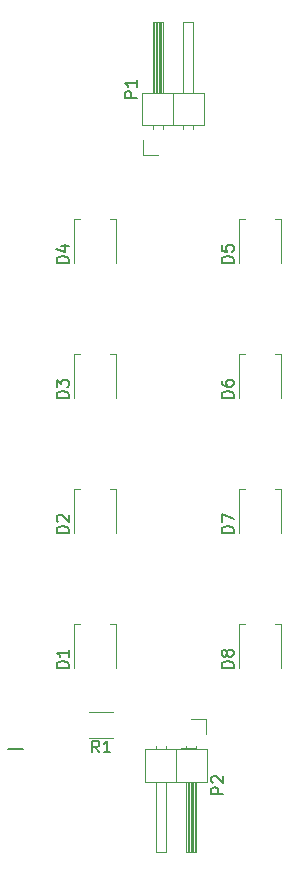
<source format=gbr>
G04 #@! TF.FileFunction,Legend,Top*
%FSLAX46Y46*%
G04 Gerber Fmt 4.6, Leading zero omitted, Abs format (unit mm)*
G04 Created by KiCad (PCBNEW 4.0.5) date 04/17/17 17:33:10*
%MOMM*%
%LPD*%
G01*
G04 APERTURE LIST*
%ADD10C,0.100000*%
%ADD11C,0.200000*%
%ADD12C,0.120000*%
%ADD13C,0.150000*%
G04 APERTURE END LIST*
D10*
D11*
X130048000Y-144272000D02*
X131318000Y-144272000D01*
X144653000Y-144272000D02*
X145923000Y-144272000D01*
D12*
X141358000Y-91430000D02*
X144018000Y-91430000D01*
X144018000Y-91430000D02*
X144018000Y-88690000D01*
X144018000Y-88690000D02*
X141358000Y-88690000D01*
X141358000Y-88690000D02*
X141358000Y-91430000D01*
X142308000Y-88690000D02*
X143188000Y-88690000D01*
X143188000Y-88690000D02*
X143188000Y-82690000D01*
X143188000Y-82690000D02*
X142308000Y-82690000D01*
X142308000Y-82690000D02*
X142308000Y-88690000D01*
X142308000Y-91740000D02*
X142308000Y-91430000D01*
X143188000Y-91740000D02*
X143188000Y-91430000D01*
X142428000Y-88690000D02*
X142428000Y-82690000D01*
X142548000Y-88690000D02*
X142548000Y-82690000D01*
X142668000Y-88690000D02*
X142668000Y-82690000D01*
X142788000Y-88690000D02*
X142788000Y-82690000D01*
X142908000Y-88690000D02*
X142908000Y-82690000D01*
X143028000Y-88690000D02*
X143028000Y-82690000D01*
X143148000Y-88690000D02*
X143148000Y-82690000D01*
X144018000Y-91430000D02*
X146678000Y-91430000D01*
X146678000Y-91430000D02*
X146678000Y-88690000D01*
X146678000Y-88690000D02*
X144018000Y-88690000D01*
X144018000Y-88690000D02*
X144018000Y-91430000D01*
X144848000Y-88690000D02*
X145728000Y-88690000D01*
X145728000Y-88690000D02*
X145728000Y-82690000D01*
X145728000Y-82690000D02*
X144848000Y-82690000D01*
X144848000Y-82690000D02*
X144848000Y-88690000D01*
X144848000Y-91740000D02*
X144848000Y-91430000D01*
X145728000Y-91740000D02*
X145728000Y-91430000D01*
X142748000Y-93980000D02*
X141478000Y-93980000D01*
X141478000Y-93980000D02*
X141478000Y-92710000D01*
X146932000Y-144282000D02*
X144272000Y-144282000D01*
X144272000Y-144282000D02*
X144272000Y-147022000D01*
X144272000Y-147022000D02*
X146932000Y-147022000D01*
X146932000Y-147022000D02*
X146932000Y-144282000D01*
X145982000Y-147022000D02*
X145102000Y-147022000D01*
X145102000Y-147022000D02*
X145102000Y-153022000D01*
X145102000Y-153022000D02*
X145982000Y-153022000D01*
X145982000Y-153022000D02*
X145982000Y-147022000D01*
X145982000Y-143972000D02*
X145982000Y-144282000D01*
X145102000Y-143972000D02*
X145102000Y-144282000D01*
X145862000Y-147022000D02*
X145862000Y-153022000D01*
X145742000Y-147022000D02*
X145742000Y-153022000D01*
X145622000Y-147022000D02*
X145622000Y-153022000D01*
X145502000Y-147022000D02*
X145502000Y-153022000D01*
X145382000Y-147022000D02*
X145382000Y-153022000D01*
X145262000Y-147022000D02*
X145262000Y-153022000D01*
X145142000Y-147022000D02*
X145142000Y-153022000D01*
X144272000Y-144282000D02*
X141612000Y-144282000D01*
X141612000Y-144282000D02*
X141612000Y-147022000D01*
X141612000Y-147022000D02*
X144272000Y-147022000D01*
X144272000Y-147022000D02*
X144272000Y-144282000D01*
X143442000Y-147022000D02*
X142562000Y-147022000D01*
X142562000Y-147022000D02*
X142562000Y-153022000D01*
X142562000Y-153022000D02*
X143442000Y-153022000D01*
X143442000Y-153022000D02*
X143442000Y-147022000D01*
X143442000Y-143972000D02*
X143442000Y-144282000D01*
X142562000Y-143972000D02*
X142562000Y-144282000D01*
X145542000Y-141732000D02*
X146812000Y-141732000D01*
X146812000Y-141732000D02*
X146812000Y-143002000D01*
X136922000Y-141170000D02*
X138922000Y-141170000D01*
X138922000Y-143310000D02*
X136922000Y-143310000D01*
X135664000Y-110792000D02*
X135664000Y-114542000D01*
X136164000Y-110792000D02*
X135664000Y-110792000D01*
X139164000Y-110792000D02*
X138664000Y-110792000D01*
X139164000Y-114542000D02*
X139164000Y-110792000D01*
X135664000Y-122222000D02*
X135664000Y-125972000D01*
X136164000Y-122222000D02*
X135664000Y-122222000D01*
X139164000Y-122222000D02*
X138664000Y-122222000D01*
X139164000Y-125972000D02*
X139164000Y-122222000D01*
X135664000Y-133652000D02*
X135664000Y-137402000D01*
X136164000Y-133652000D02*
X135664000Y-133652000D01*
X139164000Y-133652000D02*
X138664000Y-133652000D01*
X139164000Y-137402000D02*
X139164000Y-133652000D01*
X135664000Y-99362000D02*
X135664000Y-103112000D01*
X136164000Y-99362000D02*
X135664000Y-99362000D01*
X139164000Y-99362000D02*
X138664000Y-99362000D01*
X139164000Y-103112000D02*
X139164000Y-99362000D01*
X149634000Y-99362000D02*
X149634000Y-103112000D01*
X150134000Y-99362000D02*
X149634000Y-99362000D01*
X153134000Y-99362000D02*
X152634000Y-99362000D01*
X153134000Y-103112000D02*
X153134000Y-99362000D01*
X149634000Y-110792000D02*
X149634000Y-114542000D01*
X150134000Y-110792000D02*
X149634000Y-110792000D01*
X153134000Y-110792000D02*
X152634000Y-110792000D01*
X153134000Y-114542000D02*
X153134000Y-110792000D01*
X149634000Y-122222000D02*
X149634000Y-125972000D01*
X150134000Y-122222000D02*
X149634000Y-122222000D01*
X153134000Y-122222000D02*
X152634000Y-122222000D01*
X153134000Y-125972000D02*
X153134000Y-122222000D01*
X149634000Y-133652000D02*
X149634000Y-137402000D01*
X150134000Y-133652000D02*
X149634000Y-133652000D01*
X153134000Y-133652000D02*
X152634000Y-133652000D01*
X153134000Y-137402000D02*
X153134000Y-133652000D01*
D13*
X140930381Y-89133095D02*
X139930381Y-89133095D01*
X139930381Y-88752142D01*
X139978000Y-88656904D01*
X140025619Y-88609285D01*
X140120857Y-88561666D01*
X140263714Y-88561666D01*
X140358952Y-88609285D01*
X140406571Y-88656904D01*
X140454190Y-88752142D01*
X140454190Y-89133095D01*
X140930381Y-87609285D02*
X140930381Y-88180714D01*
X140930381Y-87895000D02*
X139930381Y-87895000D01*
X140073238Y-87990238D01*
X140168476Y-88085476D01*
X140216095Y-88180714D01*
X148264381Y-148055095D02*
X147264381Y-148055095D01*
X147264381Y-147674142D01*
X147312000Y-147578904D01*
X147359619Y-147531285D01*
X147454857Y-147483666D01*
X147597714Y-147483666D01*
X147692952Y-147531285D01*
X147740571Y-147578904D01*
X147788190Y-147674142D01*
X147788190Y-148055095D01*
X147359619Y-147102714D02*
X147312000Y-147055095D01*
X147264381Y-146959857D01*
X147264381Y-146721761D01*
X147312000Y-146626523D01*
X147359619Y-146578904D01*
X147454857Y-146531285D01*
X147550095Y-146531285D01*
X147692952Y-146578904D01*
X148264381Y-147150333D01*
X148264381Y-146531285D01*
X137755334Y-144542381D02*
X137422000Y-144066190D01*
X137183905Y-144542381D02*
X137183905Y-143542381D01*
X137564858Y-143542381D01*
X137660096Y-143590000D01*
X137707715Y-143637619D01*
X137755334Y-143732857D01*
X137755334Y-143875714D01*
X137707715Y-143970952D01*
X137660096Y-144018571D01*
X137564858Y-144066190D01*
X137183905Y-144066190D01*
X138707715Y-144542381D02*
X138136286Y-144542381D01*
X138422000Y-144542381D02*
X138422000Y-143542381D01*
X138326762Y-143685238D01*
X138231524Y-143780476D01*
X138136286Y-143828095D01*
X135166381Y-114530095D02*
X134166381Y-114530095D01*
X134166381Y-114292000D01*
X134214000Y-114149142D01*
X134309238Y-114053904D01*
X134404476Y-114006285D01*
X134594952Y-113958666D01*
X134737810Y-113958666D01*
X134928286Y-114006285D01*
X135023524Y-114053904D01*
X135118762Y-114149142D01*
X135166381Y-114292000D01*
X135166381Y-114530095D01*
X134166381Y-113625333D02*
X134166381Y-113006285D01*
X134547333Y-113339619D01*
X134547333Y-113196761D01*
X134594952Y-113101523D01*
X134642571Y-113053904D01*
X134737810Y-113006285D01*
X134975905Y-113006285D01*
X135071143Y-113053904D01*
X135118762Y-113101523D01*
X135166381Y-113196761D01*
X135166381Y-113482476D01*
X135118762Y-113577714D01*
X135071143Y-113625333D01*
X135166381Y-125960095D02*
X134166381Y-125960095D01*
X134166381Y-125722000D01*
X134214000Y-125579142D01*
X134309238Y-125483904D01*
X134404476Y-125436285D01*
X134594952Y-125388666D01*
X134737810Y-125388666D01*
X134928286Y-125436285D01*
X135023524Y-125483904D01*
X135118762Y-125579142D01*
X135166381Y-125722000D01*
X135166381Y-125960095D01*
X134261619Y-125007714D02*
X134214000Y-124960095D01*
X134166381Y-124864857D01*
X134166381Y-124626761D01*
X134214000Y-124531523D01*
X134261619Y-124483904D01*
X134356857Y-124436285D01*
X134452095Y-124436285D01*
X134594952Y-124483904D01*
X135166381Y-125055333D01*
X135166381Y-124436285D01*
X135166381Y-137390095D02*
X134166381Y-137390095D01*
X134166381Y-137152000D01*
X134214000Y-137009142D01*
X134309238Y-136913904D01*
X134404476Y-136866285D01*
X134594952Y-136818666D01*
X134737810Y-136818666D01*
X134928286Y-136866285D01*
X135023524Y-136913904D01*
X135118762Y-137009142D01*
X135166381Y-137152000D01*
X135166381Y-137390095D01*
X135166381Y-135866285D02*
X135166381Y-136437714D01*
X135166381Y-136152000D02*
X134166381Y-136152000D01*
X134309238Y-136247238D01*
X134404476Y-136342476D01*
X134452095Y-136437714D01*
X135166381Y-103100095D02*
X134166381Y-103100095D01*
X134166381Y-102862000D01*
X134214000Y-102719142D01*
X134309238Y-102623904D01*
X134404476Y-102576285D01*
X134594952Y-102528666D01*
X134737810Y-102528666D01*
X134928286Y-102576285D01*
X135023524Y-102623904D01*
X135118762Y-102719142D01*
X135166381Y-102862000D01*
X135166381Y-103100095D01*
X134499714Y-101671523D02*
X135166381Y-101671523D01*
X134118762Y-101909619D02*
X134833048Y-102147714D01*
X134833048Y-101528666D01*
X149136381Y-103100095D02*
X148136381Y-103100095D01*
X148136381Y-102862000D01*
X148184000Y-102719142D01*
X148279238Y-102623904D01*
X148374476Y-102576285D01*
X148564952Y-102528666D01*
X148707810Y-102528666D01*
X148898286Y-102576285D01*
X148993524Y-102623904D01*
X149088762Y-102719142D01*
X149136381Y-102862000D01*
X149136381Y-103100095D01*
X148136381Y-101623904D02*
X148136381Y-102100095D01*
X148612571Y-102147714D01*
X148564952Y-102100095D01*
X148517333Y-102004857D01*
X148517333Y-101766761D01*
X148564952Y-101671523D01*
X148612571Y-101623904D01*
X148707810Y-101576285D01*
X148945905Y-101576285D01*
X149041143Y-101623904D01*
X149088762Y-101671523D01*
X149136381Y-101766761D01*
X149136381Y-102004857D01*
X149088762Y-102100095D01*
X149041143Y-102147714D01*
X149136381Y-114530095D02*
X148136381Y-114530095D01*
X148136381Y-114292000D01*
X148184000Y-114149142D01*
X148279238Y-114053904D01*
X148374476Y-114006285D01*
X148564952Y-113958666D01*
X148707810Y-113958666D01*
X148898286Y-114006285D01*
X148993524Y-114053904D01*
X149088762Y-114149142D01*
X149136381Y-114292000D01*
X149136381Y-114530095D01*
X148136381Y-113101523D02*
X148136381Y-113292000D01*
X148184000Y-113387238D01*
X148231619Y-113434857D01*
X148374476Y-113530095D01*
X148564952Y-113577714D01*
X148945905Y-113577714D01*
X149041143Y-113530095D01*
X149088762Y-113482476D01*
X149136381Y-113387238D01*
X149136381Y-113196761D01*
X149088762Y-113101523D01*
X149041143Y-113053904D01*
X148945905Y-113006285D01*
X148707810Y-113006285D01*
X148612571Y-113053904D01*
X148564952Y-113101523D01*
X148517333Y-113196761D01*
X148517333Y-113387238D01*
X148564952Y-113482476D01*
X148612571Y-113530095D01*
X148707810Y-113577714D01*
X149136381Y-125960095D02*
X148136381Y-125960095D01*
X148136381Y-125722000D01*
X148184000Y-125579142D01*
X148279238Y-125483904D01*
X148374476Y-125436285D01*
X148564952Y-125388666D01*
X148707810Y-125388666D01*
X148898286Y-125436285D01*
X148993524Y-125483904D01*
X149088762Y-125579142D01*
X149136381Y-125722000D01*
X149136381Y-125960095D01*
X148136381Y-125055333D02*
X148136381Y-124388666D01*
X149136381Y-124817238D01*
X149136381Y-137390095D02*
X148136381Y-137390095D01*
X148136381Y-137152000D01*
X148184000Y-137009142D01*
X148279238Y-136913904D01*
X148374476Y-136866285D01*
X148564952Y-136818666D01*
X148707810Y-136818666D01*
X148898286Y-136866285D01*
X148993524Y-136913904D01*
X149088762Y-137009142D01*
X149136381Y-137152000D01*
X149136381Y-137390095D01*
X148564952Y-136247238D02*
X148517333Y-136342476D01*
X148469714Y-136390095D01*
X148374476Y-136437714D01*
X148326857Y-136437714D01*
X148231619Y-136390095D01*
X148184000Y-136342476D01*
X148136381Y-136247238D01*
X148136381Y-136056761D01*
X148184000Y-135961523D01*
X148231619Y-135913904D01*
X148326857Y-135866285D01*
X148374476Y-135866285D01*
X148469714Y-135913904D01*
X148517333Y-135961523D01*
X148564952Y-136056761D01*
X148564952Y-136247238D01*
X148612571Y-136342476D01*
X148660190Y-136390095D01*
X148755429Y-136437714D01*
X148945905Y-136437714D01*
X149041143Y-136390095D01*
X149088762Y-136342476D01*
X149136381Y-136247238D01*
X149136381Y-136056761D01*
X149088762Y-135961523D01*
X149041143Y-135913904D01*
X148945905Y-135866285D01*
X148755429Y-135866285D01*
X148660190Y-135913904D01*
X148612571Y-135961523D01*
X148564952Y-136056761D01*
M02*

</source>
